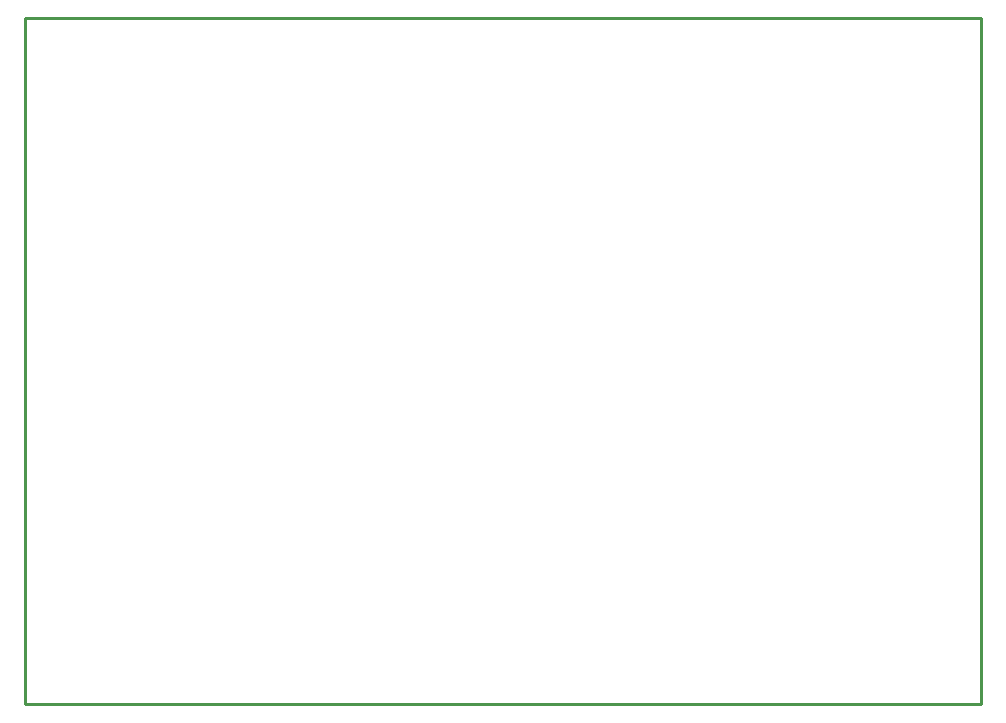
<source format=gko>
G04 Layer: BoardOutline*
G04 EasyEDA v6.3.43, 2020-05-10T20:22:00+02:00*
G04 8efef6a7772f454f874d1fefd099d7f4,c718b20e53f548e3abf3144c64a63f4f,10*
G04 Gerber Generator version 0.2*
G04 Scale: 100 percent, Rotated: No, Reflected: No *
G04 Dimensions in millimeters *
G04 leading zeros omitted , absolute positions ,3 integer and 3 decimal *
%FSLAX33Y33*%
%MOMM*%
G90*
G71D02*

%ADD10C,0.254000*%
G54D10*
G01X0Y58100D02*
G01X80899Y58100D01*
G01X80899Y0D01*
G01X0Y0D01*
G01X0Y58100D01*

%LPD*%
M00*
M02*

</source>
